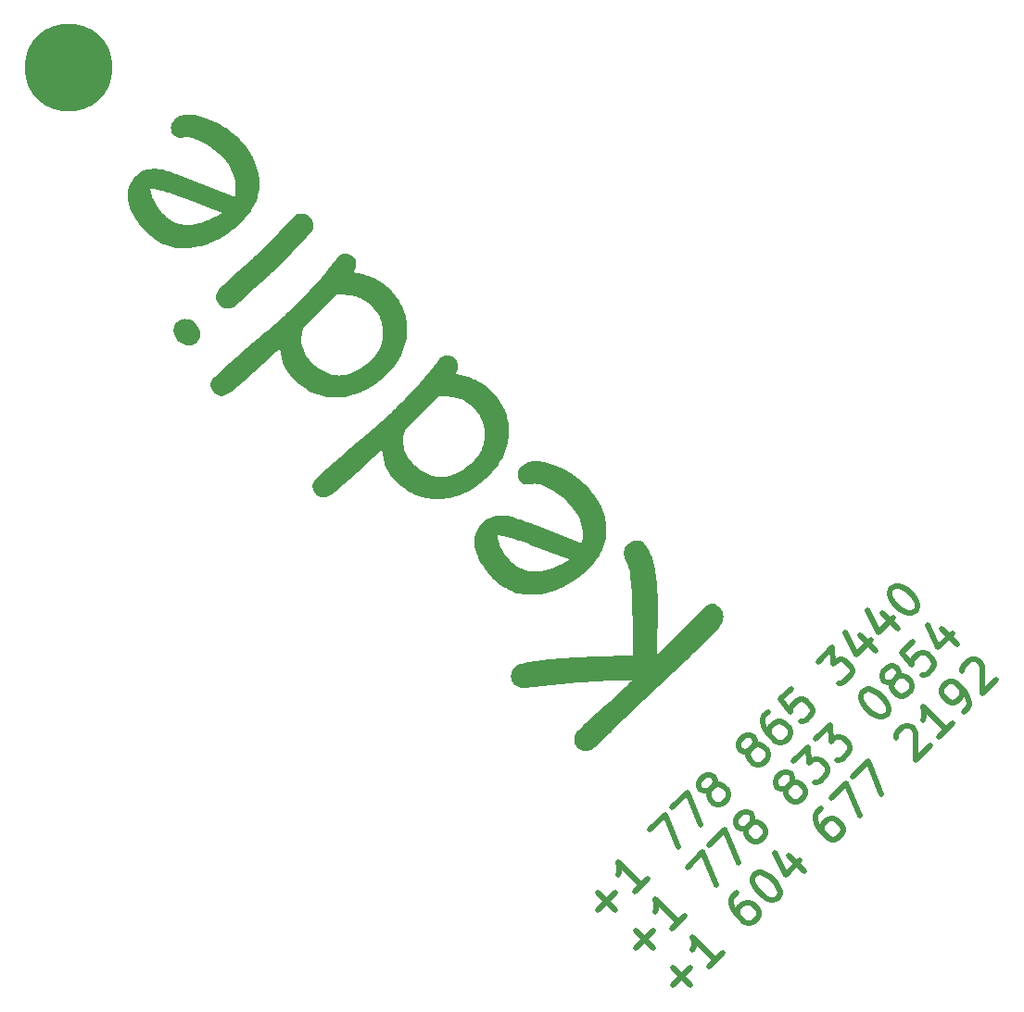
<source format=gtl>
G04 #@! TF.GenerationSoftware,KiCad,Pcbnew,7.0.7*
G04 #@! TF.CreationDate,2023-09-12T20:46:12-07:00*
G04 #@! TF.ProjectId,baggage-label,62616767-6167-4652-9d6c-6162656c2e6b,rev?*
G04 #@! TF.SameCoordinates,Original*
G04 #@! TF.FileFunction,Copper,L1,Top*
G04 #@! TF.FilePolarity,Positive*
%FSLAX46Y46*%
G04 Gerber Fmt 4.6, Leading zero omitted, Abs format (unit mm)*
G04 Created by KiCad (PCBNEW 7.0.7) date 2023-09-12 20:46:12*
%MOMM*%
%LPD*%
G01*
G04 APERTURE LIST*
%ADD10C,0.500000*%
G04 #@! TA.AperFunction,NonConductor*
%ADD11C,0.500000*%
G04 #@! TD*
%ADD12C,0.150000*%
G04 #@! TA.AperFunction,NonConductor*
%ADD13C,0.150000*%
G04 #@! TD*
G04 #@! TA.AperFunction,ViaPad*
%ADD14C,8.010000*%
G04 #@! TD*
G04 APERTURE END LIST*
D10*
D11*
X108395364Y-137083696D02*
X110011608Y-135467452D01*
X110011608Y-137083696D02*
X108395364Y-135467452D01*
X112941050Y-134154253D02*
X111728867Y-135366436D01*
X112334959Y-134760345D02*
X110213639Y-132639025D01*
X110213639Y-132639025D02*
X110314654Y-133144101D01*
X110314654Y-133144101D02*
X110314654Y-133548162D01*
X110314654Y-133548162D02*
X110213639Y-133851208D01*
X113143081Y-129709582D02*
X114557294Y-128295369D01*
X114557294Y-128295369D02*
X115769477Y-131325826D01*
X115163386Y-127689277D02*
X116577600Y-126275064D01*
X116577600Y-126275064D02*
X117789783Y-129305521D01*
X118597905Y-126073033D02*
X118294859Y-126174048D01*
X118294859Y-126174048D02*
X118092828Y-126174048D01*
X118092828Y-126174048D02*
X117789783Y-126073033D01*
X117789783Y-126073033D02*
X117688767Y-125972018D01*
X117688767Y-125972018D02*
X117587752Y-125668972D01*
X117587752Y-125668972D02*
X117587752Y-125466941D01*
X117587752Y-125466941D02*
X117688767Y-125163896D01*
X117688767Y-125163896D02*
X118092828Y-124759835D01*
X118092828Y-124759835D02*
X118395874Y-124658819D01*
X118395874Y-124658819D02*
X118597905Y-124658819D01*
X118597905Y-124658819D02*
X118900951Y-124759835D01*
X118900951Y-124759835D02*
X119001966Y-124860850D01*
X119001966Y-124860850D02*
X119102981Y-125163896D01*
X119102981Y-125163896D02*
X119102981Y-125365926D01*
X119102981Y-125365926D02*
X119001966Y-125668972D01*
X119001966Y-125668972D02*
X118597905Y-126073033D01*
X118597905Y-126073033D02*
X118496890Y-126376079D01*
X118496890Y-126376079D02*
X118496890Y-126578109D01*
X118496890Y-126578109D02*
X118597905Y-126881155D01*
X118597905Y-126881155D02*
X119001966Y-127285216D01*
X119001966Y-127285216D02*
X119305012Y-127386231D01*
X119305012Y-127386231D02*
X119507042Y-127386231D01*
X119507042Y-127386231D02*
X119810088Y-127285216D01*
X119810088Y-127285216D02*
X120214149Y-126881155D01*
X120214149Y-126881155D02*
X120315164Y-126578109D01*
X120315164Y-126578109D02*
X120315164Y-126376079D01*
X120315164Y-126376079D02*
X120214149Y-126073033D01*
X120214149Y-126073033D02*
X119810088Y-125668972D01*
X119810088Y-125668972D02*
X119507042Y-125567957D01*
X119507042Y-125567957D02*
X119305012Y-125567957D01*
X119305012Y-125567957D02*
X119001966Y-125668972D01*
X122234454Y-122436484D02*
X121931408Y-122537499D01*
X121931408Y-122537499D02*
X121729378Y-122537499D01*
X121729378Y-122537499D02*
X121426332Y-122436484D01*
X121426332Y-122436484D02*
X121325317Y-122335469D01*
X121325317Y-122335469D02*
X121224301Y-122032423D01*
X121224301Y-122032423D02*
X121224301Y-121830392D01*
X121224301Y-121830392D02*
X121325317Y-121527347D01*
X121325317Y-121527347D02*
X121729378Y-121123286D01*
X121729378Y-121123286D02*
X122032423Y-121022270D01*
X122032423Y-121022270D02*
X122234454Y-121022270D01*
X122234454Y-121022270D02*
X122537500Y-121123286D01*
X122537500Y-121123286D02*
X122638515Y-121224301D01*
X122638515Y-121224301D02*
X122739530Y-121527347D01*
X122739530Y-121527347D02*
X122739530Y-121729377D01*
X122739530Y-121729377D02*
X122638515Y-122032423D01*
X122638515Y-122032423D02*
X122234454Y-122436484D01*
X122234454Y-122436484D02*
X122133439Y-122739530D01*
X122133439Y-122739530D02*
X122133439Y-122941560D01*
X122133439Y-122941560D02*
X122234454Y-123244606D01*
X122234454Y-123244606D02*
X122638515Y-123648667D01*
X122638515Y-123648667D02*
X122941561Y-123749682D01*
X122941561Y-123749682D02*
X123143591Y-123749682D01*
X123143591Y-123749682D02*
X123446637Y-123648667D01*
X123446637Y-123648667D02*
X123850698Y-123244606D01*
X123850698Y-123244606D02*
X123951713Y-122941560D01*
X123951713Y-122941560D02*
X123951713Y-122739530D01*
X123951713Y-122739530D02*
X123850698Y-122436484D01*
X123850698Y-122436484D02*
X123446637Y-122032423D01*
X123446637Y-122032423D02*
X123143591Y-121931408D01*
X123143591Y-121931408D02*
X122941561Y-121931408D01*
X122941561Y-121931408D02*
X122638515Y-122032423D01*
X123951713Y-118900950D02*
X123547652Y-119305011D01*
X123547652Y-119305011D02*
X123446637Y-119608057D01*
X123446637Y-119608057D02*
X123446637Y-119810087D01*
X123446637Y-119810087D02*
X123547652Y-120315163D01*
X123547652Y-120315163D02*
X123850698Y-120820240D01*
X123850698Y-120820240D02*
X124658820Y-121628362D01*
X124658820Y-121628362D02*
X124961866Y-121729377D01*
X124961866Y-121729377D02*
X125163896Y-121729377D01*
X125163896Y-121729377D02*
X125466942Y-121628362D01*
X125466942Y-121628362D02*
X125871003Y-121224301D01*
X125871003Y-121224301D02*
X125972018Y-120921255D01*
X125972018Y-120921255D02*
X125972018Y-120719224D01*
X125972018Y-120719224D02*
X125871003Y-120416179D01*
X125871003Y-120416179D02*
X125365927Y-119911102D01*
X125365927Y-119911102D02*
X125062881Y-119810087D01*
X125062881Y-119810087D02*
X124860851Y-119810087D01*
X124860851Y-119810087D02*
X124557805Y-119911102D01*
X124557805Y-119911102D02*
X124153744Y-120315163D01*
X124153744Y-120315163D02*
X124052728Y-120618209D01*
X124052728Y-120618209D02*
X124052728Y-120820240D01*
X124052728Y-120820240D02*
X124153744Y-121123286D01*
X126073034Y-116779629D02*
X125062881Y-117789782D01*
X125062881Y-117789782D02*
X125972018Y-118900950D01*
X125972018Y-118900950D02*
X125972018Y-118698919D01*
X125972018Y-118698919D02*
X126073034Y-118395874D01*
X126073034Y-118395874D02*
X126578110Y-117890797D01*
X126578110Y-117890797D02*
X126881156Y-117789782D01*
X126881156Y-117789782D02*
X127083186Y-117789782D01*
X127083186Y-117789782D02*
X127386232Y-117890797D01*
X127386232Y-117890797D02*
X127891308Y-118395874D01*
X127891308Y-118395874D02*
X127992324Y-118698919D01*
X127992324Y-118698919D02*
X127992324Y-118900950D01*
X127992324Y-118900950D02*
X127891308Y-119203996D01*
X127891308Y-119203996D02*
X127386232Y-119709072D01*
X127386232Y-119709072D02*
X127083186Y-119810087D01*
X127083186Y-119810087D02*
X126881156Y-119810087D01*
X128497400Y-114355263D02*
X129810598Y-113042065D01*
X129810598Y-113042065D02*
X129911613Y-114557294D01*
X129911613Y-114557294D02*
X130214659Y-114254248D01*
X130214659Y-114254248D02*
X130517705Y-114153233D01*
X130517705Y-114153233D02*
X130719735Y-114153233D01*
X130719735Y-114153233D02*
X131022781Y-114254248D01*
X131022781Y-114254248D02*
X131527857Y-114759324D01*
X131527857Y-114759324D02*
X131628873Y-115062370D01*
X131628873Y-115062370D02*
X131628873Y-115264401D01*
X131628873Y-115264401D02*
X131527857Y-115567447D01*
X131527857Y-115567447D02*
X130921766Y-116173538D01*
X130921766Y-116173538D02*
X130618720Y-116274553D01*
X130618720Y-116274553D02*
X130416690Y-116274553D01*
X132335979Y-111930897D02*
X133750193Y-113345111D01*
X131022781Y-111627851D02*
X132032934Y-113648157D01*
X132032934Y-113648157D02*
X133346132Y-112334958D01*
X134356285Y-109910592D02*
X135770498Y-111324806D01*
X133043086Y-109607546D02*
X134053239Y-111627851D01*
X134053239Y-111627851D02*
X135366437Y-110314653D01*
X135164407Y-107688256D02*
X135366437Y-107486226D01*
X135366437Y-107486226D02*
X135669483Y-107385211D01*
X135669483Y-107385211D02*
X135871514Y-107385211D01*
X135871514Y-107385211D02*
X136174559Y-107486226D01*
X136174559Y-107486226D02*
X136679636Y-107789272D01*
X136679636Y-107789272D02*
X137184712Y-108294348D01*
X137184712Y-108294348D02*
X137487758Y-108799424D01*
X137487758Y-108799424D02*
X137588773Y-109102470D01*
X137588773Y-109102470D02*
X137588773Y-109304500D01*
X137588773Y-109304500D02*
X137487758Y-109607546D01*
X137487758Y-109607546D02*
X137285727Y-109809577D01*
X137285727Y-109809577D02*
X136982681Y-109910592D01*
X136982681Y-109910592D02*
X136780651Y-109910592D01*
X136780651Y-109910592D02*
X136477605Y-109809577D01*
X136477605Y-109809577D02*
X135972529Y-109506531D01*
X135972529Y-109506531D02*
X135467453Y-109001455D01*
X135467453Y-109001455D02*
X135164407Y-108496378D01*
X135164407Y-108496378D02*
X135063392Y-108193333D01*
X135063392Y-108193333D02*
X135063392Y-107991302D01*
X135063392Y-107991302D02*
X135164407Y-107688256D01*
X111810690Y-140499022D02*
X113426934Y-138882778D01*
X113426934Y-140499022D02*
X111810690Y-138882778D01*
X116356376Y-137569579D02*
X115144193Y-138781762D01*
X115750285Y-138175671D02*
X113628965Y-136054351D01*
X113628965Y-136054351D02*
X113729980Y-136559427D01*
X113729980Y-136559427D02*
X113729980Y-136963488D01*
X113729980Y-136963488D02*
X113628965Y-137266534D01*
X116558407Y-133124908D02*
X117972620Y-131710695D01*
X117972620Y-131710695D02*
X119184803Y-134741152D01*
X118578712Y-131104603D02*
X119992926Y-129690390D01*
X119992926Y-129690390D02*
X121205109Y-132720847D01*
X122013231Y-129488359D02*
X121710185Y-129589374D01*
X121710185Y-129589374D02*
X121508154Y-129589374D01*
X121508154Y-129589374D02*
X121205109Y-129488359D01*
X121205109Y-129488359D02*
X121104093Y-129387344D01*
X121104093Y-129387344D02*
X121003078Y-129084298D01*
X121003078Y-129084298D02*
X121003078Y-128882267D01*
X121003078Y-128882267D02*
X121104093Y-128579222D01*
X121104093Y-128579222D02*
X121508154Y-128175161D01*
X121508154Y-128175161D02*
X121811200Y-128074145D01*
X121811200Y-128074145D02*
X122013231Y-128074145D01*
X122013231Y-128074145D02*
X122316277Y-128175161D01*
X122316277Y-128175161D02*
X122417292Y-128276176D01*
X122417292Y-128276176D02*
X122518307Y-128579222D01*
X122518307Y-128579222D02*
X122518307Y-128781252D01*
X122518307Y-128781252D02*
X122417292Y-129084298D01*
X122417292Y-129084298D02*
X122013231Y-129488359D01*
X122013231Y-129488359D02*
X121912216Y-129791405D01*
X121912216Y-129791405D02*
X121912216Y-129993435D01*
X121912216Y-129993435D02*
X122013231Y-130296481D01*
X122013231Y-130296481D02*
X122417292Y-130700542D01*
X122417292Y-130700542D02*
X122720338Y-130801557D01*
X122720338Y-130801557D02*
X122922368Y-130801557D01*
X122922368Y-130801557D02*
X123225414Y-130700542D01*
X123225414Y-130700542D02*
X123629475Y-130296481D01*
X123629475Y-130296481D02*
X123730490Y-129993435D01*
X123730490Y-129993435D02*
X123730490Y-129791405D01*
X123730490Y-129791405D02*
X123629475Y-129488359D01*
X123629475Y-129488359D02*
X123225414Y-129084298D01*
X123225414Y-129084298D02*
X122922368Y-128983283D01*
X122922368Y-128983283D02*
X122720338Y-128983283D01*
X122720338Y-128983283D02*
X122417292Y-129084298D01*
X125649780Y-125851810D02*
X125346734Y-125952825D01*
X125346734Y-125952825D02*
X125144704Y-125952825D01*
X125144704Y-125952825D02*
X124841658Y-125851810D01*
X124841658Y-125851810D02*
X124740643Y-125750795D01*
X124740643Y-125750795D02*
X124639627Y-125447749D01*
X124639627Y-125447749D02*
X124639627Y-125245718D01*
X124639627Y-125245718D02*
X124740643Y-124942673D01*
X124740643Y-124942673D02*
X125144704Y-124538612D01*
X125144704Y-124538612D02*
X125447749Y-124437596D01*
X125447749Y-124437596D02*
X125649780Y-124437596D01*
X125649780Y-124437596D02*
X125952826Y-124538612D01*
X125952826Y-124538612D02*
X126053841Y-124639627D01*
X126053841Y-124639627D02*
X126154856Y-124942673D01*
X126154856Y-124942673D02*
X126154856Y-125144703D01*
X126154856Y-125144703D02*
X126053841Y-125447749D01*
X126053841Y-125447749D02*
X125649780Y-125851810D01*
X125649780Y-125851810D02*
X125548765Y-126154856D01*
X125548765Y-126154856D02*
X125548765Y-126356886D01*
X125548765Y-126356886D02*
X125649780Y-126659932D01*
X125649780Y-126659932D02*
X126053841Y-127063993D01*
X126053841Y-127063993D02*
X126356887Y-127165008D01*
X126356887Y-127165008D02*
X126558917Y-127165008D01*
X126558917Y-127165008D02*
X126861963Y-127063993D01*
X126861963Y-127063993D02*
X127266024Y-126659932D01*
X127266024Y-126659932D02*
X127367039Y-126356886D01*
X127367039Y-126356886D02*
X127367039Y-126154856D01*
X127367039Y-126154856D02*
X127266024Y-125851810D01*
X127266024Y-125851810D02*
X126861963Y-125447749D01*
X126861963Y-125447749D02*
X126558917Y-125346734D01*
X126558917Y-125346734D02*
X126356887Y-125346734D01*
X126356887Y-125346734D02*
X126053841Y-125447749D01*
X126255871Y-123427444D02*
X127569070Y-122114245D01*
X127569070Y-122114245D02*
X127670085Y-123629474D01*
X127670085Y-123629474D02*
X127973131Y-123326428D01*
X127973131Y-123326428D02*
X128276177Y-123225413D01*
X128276177Y-123225413D02*
X128478207Y-123225413D01*
X128478207Y-123225413D02*
X128781253Y-123326428D01*
X128781253Y-123326428D02*
X129286329Y-123831505D01*
X129286329Y-123831505D02*
X129387344Y-124134550D01*
X129387344Y-124134550D02*
X129387344Y-124336581D01*
X129387344Y-124336581D02*
X129286329Y-124639627D01*
X129286329Y-124639627D02*
X128680238Y-125245718D01*
X128680238Y-125245718D02*
X128377192Y-125346734D01*
X128377192Y-125346734D02*
X128175161Y-125346734D01*
X128276177Y-121407139D02*
X129589375Y-120093940D01*
X129589375Y-120093940D02*
X129690390Y-121609169D01*
X129690390Y-121609169D02*
X129993436Y-121306123D01*
X129993436Y-121306123D02*
X130296482Y-121205108D01*
X130296482Y-121205108D02*
X130498512Y-121205108D01*
X130498512Y-121205108D02*
X130801558Y-121306123D01*
X130801558Y-121306123D02*
X131306634Y-121811200D01*
X131306634Y-121811200D02*
X131407650Y-122114245D01*
X131407650Y-122114245D02*
X131407650Y-122316276D01*
X131407650Y-122316276D02*
X131306634Y-122619322D01*
X131306634Y-122619322D02*
X130700543Y-123225413D01*
X130700543Y-123225413D02*
X130397497Y-123326428D01*
X130397497Y-123326428D02*
X130195466Y-123326428D01*
X132518817Y-117164498D02*
X132720848Y-116962467D01*
X132720848Y-116962467D02*
X133023893Y-116861452D01*
X133023893Y-116861452D02*
X133225924Y-116861452D01*
X133225924Y-116861452D02*
X133528970Y-116962467D01*
X133528970Y-116962467D02*
X134034046Y-117265513D01*
X134034046Y-117265513D02*
X134539122Y-117770589D01*
X134539122Y-117770589D02*
X134842168Y-118275666D01*
X134842168Y-118275666D02*
X134943183Y-118578711D01*
X134943183Y-118578711D02*
X134943183Y-118780742D01*
X134943183Y-118780742D02*
X134842168Y-119083788D01*
X134842168Y-119083788D02*
X134640138Y-119285818D01*
X134640138Y-119285818D02*
X134337092Y-119386834D01*
X134337092Y-119386834D02*
X134135061Y-119386834D01*
X134135061Y-119386834D02*
X133832016Y-119285818D01*
X133832016Y-119285818D02*
X133326939Y-118982773D01*
X133326939Y-118982773D02*
X132821863Y-118477696D01*
X132821863Y-118477696D02*
X132518817Y-117972620D01*
X132518817Y-117972620D02*
X132417802Y-117669574D01*
X132417802Y-117669574D02*
X132417802Y-117467544D01*
X132417802Y-117467544D02*
X132518817Y-117164498D01*
X135347244Y-116154345D02*
X135044199Y-116255361D01*
X135044199Y-116255361D02*
X134842168Y-116255361D01*
X134842168Y-116255361D02*
X134539122Y-116154345D01*
X134539122Y-116154345D02*
X134438107Y-116053330D01*
X134438107Y-116053330D02*
X134337092Y-115750284D01*
X134337092Y-115750284D02*
X134337092Y-115548254D01*
X134337092Y-115548254D02*
X134438107Y-115245208D01*
X134438107Y-115245208D02*
X134842168Y-114841147D01*
X134842168Y-114841147D02*
X135145214Y-114740132D01*
X135145214Y-114740132D02*
X135347244Y-114740132D01*
X135347244Y-114740132D02*
X135650290Y-114841147D01*
X135650290Y-114841147D02*
X135751305Y-114942162D01*
X135751305Y-114942162D02*
X135852321Y-115245208D01*
X135852321Y-115245208D02*
X135852321Y-115447239D01*
X135852321Y-115447239D02*
X135751305Y-115750284D01*
X135751305Y-115750284D02*
X135347244Y-116154345D01*
X135347244Y-116154345D02*
X135246229Y-116457391D01*
X135246229Y-116457391D02*
X135246229Y-116659422D01*
X135246229Y-116659422D02*
X135347244Y-116962467D01*
X135347244Y-116962467D02*
X135751305Y-117366528D01*
X135751305Y-117366528D02*
X136054351Y-117467544D01*
X136054351Y-117467544D02*
X136256382Y-117467544D01*
X136256382Y-117467544D02*
X136559427Y-117366528D01*
X136559427Y-117366528D02*
X136963489Y-116962467D01*
X136963489Y-116962467D02*
X137064504Y-116659422D01*
X137064504Y-116659422D02*
X137064504Y-116457391D01*
X137064504Y-116457391D02*
X136963489Y-116154345D01*
X136963489Y-116154345D02*
X136559427Y-115750284D01*
X136559427Y-115750284D02*
X136256382Y-115649269D01*
X136256382Y-115649269D02*
X136054351Y-115649269D01*
X136054351Y-115649269D02*
X135751305Y-115750284D01*
X137165519Y-112517796D02*
X136155367Y-113527949D01*
X136155367Y-113527949D02*
X137064504Y-114639116D01*
X137064504Y-114639116D02*
X137064504Y-114437086D01*
X137064504Y-114437086D02*
X137165519Y-114134040D01*
X137165519Y-114134040D02*
X137670595Y-113628964D01*
X137670595Y-113628964D02*
X137973641Y-113527949D01*
X137973641Y-113527949D02*
X138175672Y-113527949D01*
X138175672Y-113527949D02*
X138478717Y-113628964D01*
X138478717Y-113628964D02*
X138983794Y-114134040D01*
X138983794Y-114134040D02*
X139084809Y-114437086D01*
X139084809Y-114437086D02*
X139084809Y-114639116D01*
X139084809Y-114639116D02*
X138983794Y-114942162D01*
X138983794Y-114942162D02*
X138478717Y-115447238D01*
X138478717Y-115447238D02*
X138175672Y-115548254D01*
X138175672Y-115548254D02*
X137973641Y-115548254D01*
X139791916Y-111305613D02*
X141206129Y-112719826D01*
X138478718Y-111002567D02*
X139488870Y-113022872D01*
X139488870Y-113022872D02*
X140802068Y-111709674D01*
X115226016Y-143914348D02*
X116842260Y-142298104D01*
X116842260Y-143914348D02*
X115226016Y-142298104D01*
X119771702Y-140984905D02*
X118559519Y-142197088D01*
X119165611Y-141590997D02*
X117044291Y-139469677D01*
X117044291Y-139469677D02*
X117145306Y-139974753D01*
X117145306Y-139974753D02*
X117145306Y-140378814D01*
X117145306Y-140378814D02*
X117044291Y-140681860D01*
X121084901Y-135429067D02*
X120680840Y-135833128D01*
X120680840Y-135833128D02*
X120579824Y-136136173D01*
X120579824Y-136136173D02*
X120579824Y-136338204D01*
X120579824Y-136338204D02*
X120680840Y-136843280D01*
X120680840Y-136843280D02*
X120983885Y-137348356D01*
X120983885Y-137348356D02*
X121792007Y-138156478D01*
X121792007Y-138156478D02*
X122095053Y-138257494D01*
X122095053Y-138257494D02*
X122297084Y-138257494D01*
X122297084Y-138257494D02*
X122600129Y-138156478D01*
X122600129Y-138156478D02*
X123004190Y-137752417D01*
X123004190Y-137752417D02*
X123105206Y-137449372D01*
X123105206Y-137449372D02*
X123105206Y-137247341D01*
X123105206Y-137247341D02*
X123004190Y-136944295D01*
X123004190Y-136944295D02*
X122499114Y-136439219D01*
X122499114Y-136439219D02*
X122196068Y-136338204D01*
X122196068Y-136338204D02*
X121994038Y-136338204D01*
X121994038Y-136338204D02*
X121690992Y-136439219D01*
X121690992Y-136439219D02*
X121286931Y-136843280D01*
X121286931Y-136843280D02*
X121185916Y-137146326D01*
X121185916Y-137146326D02*
X121185916Y-137348356D01*
X121185916Y-137348356D02*
X121286931Y-137651402D01*
X122600130Y-133913838D02*
X122802160Y-133711807D01*
X122802160Y-133711807D02*
X123105206Y-133610792D01*
X123105206Y-133610792D02*
X123307236Y-133610792D01*
X123307236Y-133610792D02*
X123610282Y-133711807D01*
X123610282Y-133711807D02*
X124115358Y-134014853D01*
X124115358Y-134014853D02*
X124620435Y-134519929D01*
X124620435Y-134519929D02*
X124923480Y-135025005D01*
X124923480Y-135025005D02*
X125024496Y-135328051D01*
X125024496Y-135328051D02*
X125024496Y-135530082D01*
X125024496Y-135530082D02*
X124923480Y-135833127D01*
X124923480Y-135833127D02*
X124721450Y-136035158D01*
X124721450Y-136035158D02*
X124418404Y-136136173D01*
X124418404Y-136136173D02*
X124216374Y-136136173D01*
X124216374Y-136136173D02*
X123913328Y-136035158D01*
X123913328Y-136035158D02*
X123408252Y-135732112D01*
X123408252Y-135732112D02*
X122903175Y-135227036D01*
X122903175Y-135227036D02*
X122600130Y-134721960D01*
X122600130Y-134721960D02*
X122499114Y-134418914D01*
X122499114Y-134418914D02*
X122499114Y-134216883D01*
X122499114Y-134216883D02*
X122600130Y-133913838D01*
X125832618Y-132095563D02*
X127246831Y-133509777D01*
X124519419Y-131792517D02*
X125529572Y-133812822D01*
X125529572Y-133812822D02*
X126842770Y-132499624D01*
X128762060Y-127751907D02*
X128357999Y-128155968D01*
X128357999Y-128155968D02*
X128256984Y-128459014D01*
X128256984Y-128459014D02*
X128256984Y-128661044D01*
X128256984Y-128661044D02*
X128357999Y-129166121D01*
X128357999Y-129166121D02*
X128661045Y-129671197D01*
X128661045Y-129671197D02*
X129469167Y-130479319D01*
X129469167Y-130479319D02*
X129772213Y-130580334D01*
X129772213Y-130580334D02*
X129974243Y-130580334D01*
X129974243Y-130580334D02*
X130277289Y-130479319D01*
X130277289Y-130479319D02*
X130681350Y-130075258D01*
X130681350Y-130075258D02*
X130782365Y-129772212D01*
X130782365Y-129772212D02*
X130782365Y-129570182D01*
X130782365Y-129570182D02*
X130681350Y-129267136D01*
X130681350Y-129267136D02*
X130176274Y-128762060D01*
X130176274Y-128762060D02*
X129873228Y-128661044D01*
X129873228Y-128661044D02*
X129671197Y-128661044D01*
X129671197Y-128661044D02*
X129368152Y-128762060D01*
X129368152Y-128762060D02*
X128964091Y-129166121D01*
X128964091Y-129166121D02*
X128863075Y-129469166D01*
X128863075Y-129469166D02*
X128863075Y-129671197D01*
X128863075Y-129671197D02*
X128964091Y-129974243D01*
X129671197Y-126842770D02*
X131085411Y-125428556D01*
X131085411Y-125428556D02*
X132297594Y-128459014D01*
X131691503Y-124822465D02*
X133105716Y-123408251D01*
X133105716Y-123408251D02*
X134317899Y-126438709D01*
X135631097Y-121286931D02*
X135631097Y-121084900D01*
X135631097Y-121084900D02*
X135732113Y-120781854D01*
X135732113Y-120781854D02*
X136237189Y-120276778D01*
X136237189Y-120276778D02*
X136540235Y-120175763D01*
X136540235Y-120175763D02*
X136742265Y-120175763D01*
X136742265Y-120175763D02*
X137045311Y-120276778D01*
X137045311Y-120276778D02*
X137247342Y-120478809D01*
X137247342Y-120478809D02*
X137449372Y-120882870D01*
X137449372Y-120882870D02*
X137449372Y-123307236D01*
X137449372Y-123307236D02*
X138762570Y-121994037D01*
X140782876Y-119973732D02*
X139570692Y-121185915D01*
X140176784Y-120579824D02*
X138055464Y-118458503D01*
X138055464Y-118458503D02*
X138156479Y-118963580D01*
X138156479Y-118963580D02*
X138156479Y-119367641D01*
X138156479Y-119367641D02*
X138055464Y-119670687D01*
X141793028Y-118963580D02*
X142197089Y-118559519D01*
X142197089Y-118559519D02*
X142298104Y-118256473D01*
X142298104Y-118256473D02*
X142298104Y-118054442D01*
X142298104Y-118054442D02*
X142197089Y-117549366D01*
X142197089Y-117549366D02*
X141894043Y-117044290D01*
X141894043Y-117044290D02*
X141085921Y-116236168D01*
X141085921Y-116236168D02*
X140782876Y-116135153D01*
X140782876Y-116135153D02*
X140580845Y-116135153D01*
X140580845Y-116135153D02*
X140277799Y-116236168D01*
X140277799Y-116236168D02*
X139873738Y-116640229D01*
X139873738Y-116640229D02*
X139772723Y-116943275D01*
X139772723Y-116943275D02*
X139772723Y-117145305D01*
X139772723Y-117145305D02*
X139873738Y-117448351D01*
X139873738Y-117448351D02*
X140378815Y-117953427D01*
X140378815Y-117953427D02*
X140681860Y-118054442D01*
X140681860Y-118054442D02*
X140883891Y-118054442D01*
X140883891Y-118054442D02*
X141186937Y-117953427D01*
X141186937Y-117953427D02*
X141590998Y-117549366D01*
X141590998Y-117549366D02*
X141692013Y-117246320D01*
X141692013Y-117246320D02*
X141692013Y-117044290D01*
X141692013Y-117044290D02*
X141590998Y-116741244D01*
X141692013Y-115226015D02*
X141692013Y-115023985D01*
X141692013Y-115023985D02*
X141793028Y-114720939D01*
X141793028Y-114720939D02*
X142298105Y-114215863D01*
X142298105Y-114215863D02*
X142601150Y-114114847D01*
X142601150Y-114114847D02*
X142803181Y-114114847D01*
X142803181Y-114114847D02*
X143106227Y-114215863D01*
X143106227Y-114215863D02*
X143308257Y-114417893D01*
X143308257Y-114417893D02*
X143510288Y-114821954D01*
X143510288Y-114821954D02*
X143510288Y-117246320D01*
X143510288Y-117246320D02*
X144823486Y-115933122D01*
D12*
D13*
G36*
X112611908Y-103514127D02*
G01*
X112755427Y-103674096D01*
X112890310Y-103858330D01*
X113016558Y-104066829D01*
X113134170Y-104299593D01*
X113243148Y-104556622D01*
X113343490Y-104837917D01*
X113390423Y-104987664D01*
X113435197Y-105143477D01*
X113477812Y-105305356D01*
X113518268Y-105473302D01*
X113556566Y-105647313D01*
X113592704Y-105827392D01*
X113626684Y-106013536D01*
X113658505Y-106205747D01*
X113688167Y-106404024D01*
X113715671Y-106608367D01*
X113741015Y-106818777D01*
X113764201Y-107035253D01*
X113785228Y-107257795D01*
X113804096Y-107486403D01*
X113820805Y-107721078D01*
X113835356Y-107961819D01*
X113847747Y-108208626D01*
X113857980Y-108461500D01*
X113866054Y-108720440D01*
X113871969Y-108985446D01*
X113819467Y-113685806D01*
X113929999Y-113575275D01*
X118061121Y-109460732D01*
X118206331Y-109327422D01*
X118349744Y-109219711D01*
X118491360Y-109137597D01*
X118677386Y-109067932D01*
X118860217Y-109043775D01*
X119039852Y-109065126D01*
X119216293Y-109131984D01*
X119389538Y-109244351D01*
X119517376Y-109358491D01*
X119641576Y-109501850D01*
X119737845Y-109655598D01*
X119806186Y-109819736D01*
X119846596Y-109994264D01*
X119859077Y-110179180D01*
X119843628Y-110374486D01*
X119829628Y-110455518D01*
X119790135Y-110620789D01*
X119737284Y-110778100D01*
X119671076Y-110927450D01*
X119591510Y-111068839D01*
X119498586Y-111202268D01*
X119392304Y-111327736D01*
X119346052Y-111375694D01*
X119229143Y-111492392D01*
X119108462Y-111612441D01*
X118984009Y-111735842D01*
X118855783Y-111862595D01*
X118723785Y-111992699D01*
X118588014Y-112126155D01*
X118448470Y-112262962D01*
X118305154Y-112403121D01*
X118158065Y-112546631D01*
X118007204Y-112693493D01*
X117852570Y-112843707D01*
X117694164Y-112997272D01*
X117531985Y-113154188D01*
X117366034Y-113314457D01*
X117196310Y-113478076D01*
X117022814Y-113645048D01*
X116845545Y-113815371D01*
X116664503Y-113989045D01*
X116479689Y-114166072D01*
X116291102Y-114346449D01*
X116098743Y-114530178D01*
X115902612Y-114717259D01*
X115702707Y-114907692D01*
X115499031Y-115101476D01*
X115291581Y-115298611D01*
X115080359Y-115499098D01*
X114865365Y-115702937D01*
X114646598Y-115910127D01*
X114424059Y-116120669D01*
X114197747Y-116334563D01*
X113967662Y-116551807D01*
X113733805Y-116772404D01*
X113499613Y-116992995D01*
X113269215Y-117210224D01*
X113042612Y-117424090D01*
X112819803Y-117634594D01*
X112600787Y-117841736D01*
X112385566Y-118045515D01*
X112174139Y-118245932D01*
X111966507Y-118442987D01*
X111762668Y-118636679D01*
X111562623Y-118827009D01*
X111366373Y-119013977D01*
X111173917Y-119197582D01*
X110985255Y-119377824D01*
X110800386Y-119554705D01*
X110619313Y-119728223D01*
X110442033Y-119898379D01*
X110268547Y-120065172D01*
X110098856Y-120228603D01*
X109932958Y-120388671D01*
X109770855Y-120545378D01*
X109612546Y-120698721D01*
X109458031Y-120848703D01*
X109307310Y-120995322D01*
X109160383Y-121138579D01*
X109017251Y-121278473D01*
X108877912Y-121415005D01*
X108742368Y-121548175D01*
X108610618Y-121677982D01*
X108482661Y-121804427D01*
X108358500Y-121927509D01*
X108238132Y-122047230D01*
X108121558Y-122163587D01*
X107990960Y-122278642D01*
X107852007Y-122370964D01*
X107704700Y-122440554D01*
X107549038Y-122487411D01*
X107385022Y-122511536D01*
X107328493Y-122514526D01*
X107161141Y-122508697D01*
X107003115Y-122478775D01*
X106854416Y-122424762D01*
X106715042Y-122346656D01*
X106584995Y-122244457D01*
X106543718Y-122205037D01*
X106430671Y-122075281D01*
X106342300Y-121936782D01*
X106278604Y-121789539D01*
X106239583Y-121633553D01*
X106225238Y-121468825D01*
X106225939Y-121411972D01*
X106242487Y-121245171D01*
X106281767Y-121086724D01*
X106343779Y-120936632D01*
X106428523Y-120794894D01*
X106536000Y-120661511D01*
X106576878Y-120618907D01*
X106728160Y-120469228D01*
X106896005Y-120306191D01*
X107017105Y-120190079D01*
X107145565Y-120068030D01*
X107281388Y-119940044D01*
X107424571Y-119806121D01*
X107575117Y-119666262D01*
X107733024Y-119520466D01*
X107898293Y-119368733D01*
X108070923Y-119211064D01*
X108250915Y-119047457D01*
X108438268Y-118877914D01*
X108632983Y-118702434D01*
X108835060Y-118521018D01*
X109044498Y-118333664D01*
X109247794Y-118153057D01*
X109444571Y-117977372D01*
X109634828Y-117806609D01*
X109818565Y-117640769D01*
X109995783Y-117479850D01*
X110166481Y-117323854D01*
X110330659Y-117172779D01*
X110488318Y-117026627D01*
X110639457Y-116885397D01*
X110784077Y-116749089D01*
X110922176Y-116617703D01*
X111053757Y-116491239D01*
X111178817Y-116369697D01*
X111297358Y-116253078D01*
X111409379Y-116141380D01*
X111514881Y-116034605D01*
X111253415Y-116033515D01*
X110985754Y-116034389D01*
X110711896Y-116037228D01*
X110431843Y-116042031D01*
X110145594Y-116048799D01*
X109853149Y-116057532D01*
X109554509Y-116068229D01*
X109249672Y-116080890D01*
X108938640Y-116095516D01*
X108780800Y-116103566D01*
X108621412Y-116112107D01*
X108460474Y-116121139D01*
X108297988Y-116130662D01*
X108133952Y-116140676D01*
X107968368Y-116151181D01*
X107801235Y-116162178D01*
X107632552Y-116173666D01*
X107462321Y-116185644D01*
X107290541Y-116198114D01*
X107117212Y-116211075D01*
X106942334Y-116224527D01*
X106765907Y-116238471D01*
X106587931Y-116252905D01*
X101674797Y-116706085D01*
X101499662Y-116712454D01*
X101336941Y-116700472D01*
X101158061Y-116661872D01*
X100997056Y-116596849D01*
X100853926Y-116505401D01*
X100768437Y-116429756D01*
X100663259Y-116307674D01*
X100579842Y-116173547D01*
X100518186Y-116027373D01*
X100478291Y-115869153D01*
X100460157Y-115698887D01*
X100458948Y-115639454D01*
X100470153Y-115462970D01*
X100505838Y-115296201D01*
X100566004Y-115139147D01*
X100650652Y-114991808D01*
X100759780Y-114854183D01*
X100801597Y-114810466D01*
X100934226Y-114713101D01*
X101133159Y-114619961D01*
X101302616Y-114560216D01*
X101501541Y-114502349D01*
X101729933Y-114446360D01*
X101987794Y-114392249D01*
X102275122Y-114340016D01*
X102429837Y-114314604D01*
X102591919Y-114289661D01*
X102761367Y-114265188D01*
X102938183Y-114241185D01*
X103122365Y-114217651D01*
X103313915Y-114194587D01*
X103512832Y-114171992D01*
X103719115Y-114149867D01*
X103932766Y-114128211D01*
X104153783Y-114107025D01*
X104382168Y-114086308D01*
X104617919Y-114066061D01*
X104861038Y-114046284D01*
X105111523Y-114026976D01*
X105369375Y-114008137D01*
X105634595Y-113989769D01*
X105818899Y-113978694D01*
X106003257Y-113967921D01*
X106187669Y-113957451D01*
X106372135Y-113947283D01*
X106556655Y-113937417D01*
X106741229Y-113927854D01*
X106925857Y-113918592D01*
X107110538Y-113909633D01*
X107295274Y-113900976D01*
X107480064Y-113892622D01*
X107664908Y-113884569D01*
X107849805Y-113876819D01*
X108034757Y-113869371D01*
X108219763Y-113862225D01*
X108404822Y-113855382D01*
X108589936Y-113848841D01*
X108775104Y-113842602D01*
X108960325Y-113836665D01*
X109145601Y-113831030D01*
X109330930Y-113825698D01*
X109516314Y-113820668D01*
X109701751Y-113815940D01*
X109887242Y-113811515D01*
X110072788Y-113807391D01*
X110258387Y-113803570D01*
X110444040Y-113800051D01*
X110629748Y-113796835D01*
X110815509Y-113793920D01*
X111001324Y-113791308D01*
X111187193Y-113788998D01*
X111373117Y-113786990D01*
X111559094Y-113785285D01*
X111565948Y-113536686D01*
X111571313Y-113273083D01*
X111575188Y-112994476D01*
X111577573Y-112700865D01*
X111578469Y-112392251D01*
X111578359Y-112232317D01*
X111577875Y-112068633D01*
X111577020Y-111901197D01*
X111575792Y-111730011D01*
X111574192Y-111555073D01*
X111572219Y-111376385D01*
X111569874Y-111193945D01*
X111567157Y-111007755D01*
X111564067Y-110817814D01*
X111560605Y-110624122D01*
X111556770Y-110426678D01*
X111552563Y-110225484D01*
X111547984Y-110020539D01*
X111543032Y-109811843D01*
X111537708Y-109599396D01*
X111532011Y-109383198D01*
X111525942Y-109163249D01*
X111519501Y-108939550D01*
X111512687Y-108712099D01*
X111505501Y-108480897D01*
X111497942Y-108245944D01*
X111490011Y-108007241D01*
X111368427Y-106498483D01*
X111341096Y-106302505D01*
X111306080Y-106109722D01*
X111263378Y-105920135D01*
X111212991Y-105733742D01*
X111154919Y-105550544D01*
X111089161Y-105370542D01*
X111015718Y-105193734D01*
X110934590Y-105020122D01*
X110866554Y-104868896D01*
X110802740Y-104673911D01*
X110769666Y-104486525D01*
X110767335Y-104306739D01*
X110795745Y-104134551D01*
X110854897Y-103969963D01*
X110944790Y-103812973D01*
X111065425Y-103663582D01*
X111100387Y-103627422D01*
X111224398Y-103519014D01*
X111361896Y-103428325D01*
X111512881Y-103355354D01*
X111677354Y-103300102D01*
X111777394Y-103276484D01*
X111959123Y-103255371D01*
X112129195Y-103264567D01*
X112287610Y-103304074D01*
X112434367Y-103373890D01*
X112569466Y-103474016D01*
X112611908Y-103514127D01*
G37*
G36*
X102947811Y-96009802D02*
G01*
X103154151Y-96031498D01*
X103369386Y-96066018D01*
X103593515Y-96113361D01*
X103826538Y-96173527D01*
X104068456Y-96246517D01*
X104319268Y-96332330D01*
X104535139Y-96413686D01*
X104746153Y-96498862D01*
X104952310Y-96587859D01*
X105153609Y-96680678D01*
X105350051Y-96777318D01*
X105541636Y-96877778D01*
X105728363Y-96982060D01*
X105910233Y-97090163D01*
X106087246Y-97202087D01*
X106259401Y-97317833D01*
X106426699Y-97437399D01*
X106589140Y-97560786D01*
X106746723Y-97687995D01*
X106899449Y-97819025D01*
X107047317Y-97953876D01*
X107190328Y-98092548D01*
X107403966Y-98313050D01*
X107605513Y-98535192D01*
X107794971Y-98758976D01*
X107972340Y-98984400D01*
X108137620Y-99211465D01*
X108290810Y-99440171D01*
X108431910Y-99670517D01*
X108560921Y-99902504D01*
X108677843Y-100136132D01*
X108782676Y-100371400D01*
X108875419Y-100608309D01*
X108956072Y-100846859D01*
X109024636Y-101087050D01*
X109081111Y-101328881D01*
X109125497Y-101572353D01*
X109157793Y-101817466D01*
X109177049Y-102085980D01*
X109180935Y-102351299D01*
X109169450Y-102613423D01*
X109142595Y-102872353D01*
X109100368Y-103128087D01*
X109042771Y-103380626D01*
X108969802Y-103629970D01*
X108881463Y-103876119D01*
X108777754Y-104119072D01*
X108658673Y-104358831D01*
X108524222Y-104595395D01*
X108374399Y-104828764D01*
X108209206Y-105058937D01*
X108028642Y-105285916D01*
X107832708Y-105509699D01*
X107621402Y-105730288D01*
X107494666Y-105855113D01*
X107367298Y-105976750D01*
X107239299Y-106095196D01*
X107110668Y-106210453D01*
X106981406Y-106322520D01*
X106851512Y-106431398D01*
X106720987Y-106537085D01*
X106589831Y-106639584D01*
X106458043Y-106738892D01*
X106325623Y-106835011D01*
X106192572Y-106927940D01*
X106058890Y-107017680D01*
X105924576Y-107104230D01*
X105789631Y-107187590D01*
X105654054Y-107267760D01*
X105517846Y-107344741D01*
X105243535Y-107489134D01*
X104966698Y-107620768D01*
X104687336Y-107739644D01*
X104405448Y-107845761D01*
X104121034Y-107939119D01*
X103834094Y-108019719D01*
X103544628Y-108087560D01*
X103252637Y-108142642D01*
X103093472Y-108167425D01*
X102935830Y-108187891D01*
X102779709Y-108204039D01*
X102472034Y-108223382D01*
X102170446Y-108225454D01*
X101874947Y-108210256D01*
X101585535Y-108177788D01*
X101302211Y-108128048D01*
X101024975Y-108061038D01*
X100753827Y-107976758D01*
X100488767Y-107875207D01*
X100229795Y-107756385D01*
X99976910Y-107620293D01*
X99730114Y-107466931D01*
X99489405Y-107296297D01*
X99254784Y-107108393D01*
X99026251Y-106903219D01*
X98914268Y-106794155D01*
X98756533Y-106632988D01*
X98605945Y-106472102D01*
X98462502Y-106311497D01*
X98326205Y-106151172D01*
X98197053Y-105991127D01*
X98075047Y-105831364D01*
X97960187Y-105671881D01*
X97852473Y-105512678D01*
X97751904Y-105353757D01*
X97658481Y-105195116D01*
X97572204Y-105036755D01*
X97493072Y-104878676D01*
X97421086Y-104720876D01*
X97356246Y-104563358D01*
X97298551Y-104406120D01*
X97248003Y-104249163D01*
X97196849Y-104057384D01*
X97158066Y-103868908D01*
X97131653Y-103683735D01*
X97117610Y-103501865D01*
X97115937Y-103323298D01*
X97126634Y-103148034D01*
X97149701Y-102976073D01*
X97185138Y-102807415D01*
X97201316Y-102751459D01*
X99209940Y-102751459D01*
X99225689Y-102907077D01*
X99250137Y-103062372D01*
X99283286Y-103217343D01*
X99325135Y-103371990D01*
X99375684Y-103526314D01*
X99434933Y-103680313D01*
X99502881Y-103833989D01*
X99579530Y-103987341D01*
X99664879Y-104140369D01*
X99758929Y-104293073D01*
X99861678Y-104445454D01*
X99973127Y-104597511D01*
X100093276Y-104749243D01*
X100222125Y-104900652D01*
X100359675Y-105051738D01*
X100505924Y-105202499D01*
X100625825Y-105317068D01*
X100748576Y-105423821D01*
X100874176Y-105522760D01*
X101002626Y-105613884D01*
X101200644Y-105735917D01*
X101405074Y-105840366D01*
X101615915Y-105927232D01*
X101833168Y-105996514D01*
X102056833Y-106048212D01*
X102286909Y-106082327D01*
X102443856Y-106095301D01*
X102603652Y-106100461D01*
X102766297Y-106097806D01*
X102931469Y-106087638D01*
X103099533Y-106069568D01*
X103270490Y-106043598D01*
X103444340Y-106009726D01*
X103621083Y-105967952D01*
X103800719Y-105918278D01*
X103983247Y-105860702D01*
X104168668Y-105795225D01*
X104356982Y-105721847D01*
X104548189Y-105640567D01*
X104742289Y-105551386D01*
X104939281Y-105454304D01*
X105139167Y-105349320D01*
X105341945Y-105236436D01*
X105547616Y-105115649D01*
X105756180Y-104986962D01*
X102318644Y-103655055D01*
X102067519Y-103560855D01*
X101823972Y-103471685D01*
X101588001Y-103387545D01*
X101359609Y-103308435D01*
X101138794Y-103234355D01*
X100925556Y-103165305D01*
X100719896Y-103101285D01*
X100521813Y-103042295D01*
X100331308Y-102988335D01*
X100148380Y-102939406D01*
X99973030Y-102895506D01*
X99805257Y-102856636D01*
X99645061Y-102822797D01*
X99418976Y-102781469D01*
X99209940Y-102751459D01*
X97201316Y-102751459D01*
X97232945Y-102642060D01*
X97293122Y-102480008D01*
X97365669Y-102321259D01*
X97450586Y-102165813D01*
X97547874Y-102013670D01*
X97657531Y-101864830D01*
X97779558Y-101719293D01*
X97913956Y-101577059D01*
X98068080Y-101438382D01*
X98235124Y-101317677D01*
X98415089Y-101214944D01*
X98607974Y-101130183D01*
X98813780Y-101063395D01*
X99032507Y-101014578D01*
X99264154Y-100983734D01*
X99425763Y-100973156D01*
X99593115Y-100970565D01*
X99766209Y-100975962D01*
X99945046Y-100989347D01*
X100129625Y-101010719D01*
X100224068Y-101024401D01*
X100403855Y-101065332D01*
X100562496Y-101108044D01*
X100741538Y-101161054D01*
X100940981Y-101224362D01*
X101160825Y-101297967D01*
X101318721Y-101352758D01*
X101485684Y-101412125D01*
X101661714Y-101476070D01*
X101846812Y-101544591D01*
X102040976Y-101617688D01*
X102244208Y-101695363D01*
X102456506Y-101777614D01*
X102677872Y-101864442D01*
X106949922Y-103527944D01*
X106979600Y-103330849D01*
X107000244Y-103135405D01*
X107011853Y-102941613D01*
X107014428Y-102749472D01*
X107007967Y-102558983D01*
X106992472Y-102370146D01*
X106967943Y-102182960D01*
X106934379Y-101997425D01*
X106891780Y-101813542D01*
X106840146Y-101631310D01*
X106800704Y-101510740D01*
X106732879Y-101331310D01*
X106655826Y-101153628D01*
X106569543Y-100977695D01*
X106474031Y-100803510D01*
X106369291Y-100631074D01*
X106255321Y-100460387D01*
X106132122Y-100291448D01*
X105999695Y-100124258D01*
X105858038Y-99958817D01*
X105707153Y-99795124D01*
X105601435Y-99686967D01*
X105461457Y-99553034D01*
X105309563Y-99419273D01*
X105187821Y-99319066D01*
X105059377Y-99218956D01*
X104924229Y-99118943D01*
X104782378Y-99019028D01*
X104633824Y-98919209D01*
X104478567Y-98819488D01*
X104316607Y-98719864D01*
X104147944Y-98620336D01*
X104004490Y-98539553D01*
X103864965Y-98465074D01*
X103663045Y-98365174D01*
X103469965Y-98279458D01*
X103285726Y-98207926D01*
X103110327Y-98150577D01*
X102943769Y-98107411D01*
X102786051Y-98078429D01*
X102589511Y-98061849D01*
X102408688Y-98070484D01*
X102324171Y-98084258D01*
X102163338Y-98111243D01*
X101978206Y-98125667D01*
X101810749Y-98118637D01*
X101633132Y-98081883D01*
X101480967Y-98014236D01*
X101354255Y-97915697D01*
X101248869Y-97789684D01*
X101169665Y-97648597D01*
X101116642Y-97492435D01*
X101089799Y-97321200D01*
X101086216Y-97216584D01*
X101096319Y-97059983D01*
X101133645Y-96890051D01*
X101198474Y-96733871D01*
X101290807Y-96591443D01*
X101373598Y-96498128D01*
X101490995Y-96391590D01*
X101617286Y-96297876D01*
X101752471Y-96216984D01*
X101896551Y-96148917D01*
X102049525Y-96093673D01*
X102211394Y-96051252D01*
X102382157Y-96021654D01*
X102561814Y-96004880D01*
X102750365Y-96000930D01*
X102947811Y-96009802D01*
G37*
G36*
X94840659Y-86342821D02*
G01*
X95004565Y-86388137D01*
X95156042Y-86459634D01*
X95295089Y-86557313D01*
X95368964Y-86624884D01*
X95474228Y-86752082D01*
X95549614Y-86893269D01*
X95595122Y-87048445D01*
X95610752Y-87217610D01*
X95596504Y-87400765D01*
X95552377Y-87597909D01*
X95499675Y-87754947D01*
X95430166Y-87919854D01*
X95374490Y-88034163D01*
X95555159Y-88063591D01*
X95733448Y-88096953D01*
X95909357Y-88134249D01*
X96082886Y-88175480D01*
X96254035Y-88220645D01*
X96422804Y-88269745D01*
X96589192Y-88322779D01*
X96753200Y-88379748D01*
X96914829Y-88440651D01*
X97074077Y-88505488D01*
X97178920Y-88550899D01*
X97334307Y-88622334D01*
X97486488Y-88698821D01*
X97635463Y-88780360D01*
X97781232Y-88866951D01*
X97923795Y-88958593D01*
X98063152Y-89055286D01*
X98199304Y-89157032D01*
X98332249Y-89263828D01*
X98461989Y-89375677D01*
X98588523Y-89492577D01*
X98671098Y-89573317D01*
X98865770Y-89776387D01*
X99047726Y-89983537D01*
X99216967Y-90194767D01*
X99373492Y-90410077D01*
X99517302Y-90629467D01*
X99648397Y-90852937D01*
X99766776Y-91080488D01*
X99872439Y-91312119D01*
X99965388Y-91547830D01*
X100045620Y-91787621D01*
X100113137Y-92031492D01*
X100167939Y-92279444D01*
X100210025Y-92531476D01*
X100239396Y-92787588D01*
X100256051Y-93047780D01*
X100259991Y-93312052D01*
X100251928Y-93583794D01*
X100230502Y-93851887D01*
X100195712Y-94116332D01*
X100147560Y-94377128D01*
X100086044Y-94634276D01*
X100011165Y-94887776D01*
X99922923Y-95137627D01*
X99821319Y-95383830D01*
X99706350Y-95626385D01*
X99578019Y-95865291D01*
X99436325Y-96100548D01*
X99281268Y-96332158D01*
X99112847Y-96560118D01*
X98931063Y-96784431D01*
X98735917Y-97005095D01*
X98527407Y-97222110D01*
X98396922Y-97350447D01*
X98265909Y-97475016D01*
X98134366Y-97595819D01*
X98002295Y-97712854D01*
X97869695Y-97826122D01*
X97736566Y-97935623D01*
X97602907Y-98041357D01*
X97468720Y-98143323D01*
X97334005Y-98241522D01*
X97198760Y-98335955D01*
X97062986Y-98426620D01*
X96926683Y-98513518D01*
X96789852Y-98596649D01*
X96652491Y-98676012D01*
X96514602Y-98751609D01*
X96237237Y-98891501D01*
X95957755Y-99016324D01*
X95676159Y-99126078D01*
X95392446Y-99220764D01*
X95106618Y-99300382D01*
X94818675Y-99364930D01*
X94528615Y-99414411D01*
X94236440Y-99448822D01*
X94089559Y-99460377D01*
X93797611Y-99472262D01*
X93510347Y-99469228D01*
X93227768Y-99451278D01*
X92949874Y-99418410D01*
X92676664Y-99370624D01*
X92408139Y-99307921D01*
X92144299Y-99230301D01*
X91885143Y-99137763D01*
X91630672Y-99030308D01*
X91380885Y-98907935D01*
X91135783Y-98770644D01*
X90895366Y-98618437D01*
X90659633Y-98451311D01*
X90428586Y-98269269D01*
X90202222Y-98072309D01*
X89980544Y-97860431D01*
X89870303Y-97748010D01*
X89715103Y-97581363D01*
X89572094Y-97417095D01*
X89441278Y-97255208D01*
X89322653Y-97095701D01*
X89216221Y-96938573D01*
X89121980Y-96783826D01*
X89039931Y-96631459D01*
X88970074Y-96481473D01*
X88912410Y-96333866D01*
X88866937Y-96188639D01*
X88673506Y-94923051D01*
X88465703Y-95117302D01*
X88261970Y-95307322D01*
X88062306Y-95493110D01*
X87866711Y-95674667D01*
X87675186Y-95851992D01*
X87487730Y-96025087D01*
X87304343Y-96193950D01*
X87125026Y-96358582D01*
X86949779Y-96518982D01*
X86778600Y-96675151D01*
X86611491Y-96827089D01*
X86448451Y-96974796D01*
X86289481Y-97118271D01*
X86134580Y-97257515D01*
X85983749Y-97392528D01*
X85836987Y-97523309D01*
X85694294Y-97649860D01*
X85555671Y-97772178D01*
X85421117Y-97890266D01*
X85290632Y-98004122D01*
X85164217Y-98113747D01*
X85041871Y-98219141D01*
X84809387Y-98417234D01*
X84593181Y-98598403D01*
X84393253Y-98762646D01*
X84209602Y-98909964D01*
X84042228Y-99040357D01*
X83896637Y-99139706D01*
X83754155Y-99218071D01*
X83569014Y-99289917D01*
X83389400Y-99324458D01*
X83215313Y-99321695D01*
X83046752Y-99281627D01*
X82883718Y-99204255D01*
X82726210Y-99089578D01*
X82649529Y-99018251D01*
X82529714Y-98885224D01*
X82435546Y-98751420D01*
X82349884Y-98571806D01*
X82309817Y-98390810D01*
X82315343Y-98208433D01*
X82366464Y-98024674D01*
X82463179Y-97839534D01*
X82565637Y-97699771D01*
X82693742Y-97559232D01*
X82839473Y-97415919D01*
X83007937Y-97254709D01*
X83199133Y-97075602D01*
X83413061Y-96878599D01*
X83649722Y-96663699D01*
X83776577Y-96549538D01*
X83909115Y-96430902D01*
X84047337Y-96307793D01*
X84191241Y-96180209D01*
X84340828Y-96048151D01*
X84496099Y-95911619D01*
X84657053Y-95770613D01*
X84823689Y-95625133D01*
X84996009Y-95475178D01*
X85174012Y-95320749D01*
X85357698Y-95161847D01*
X85547068Y-94998470D01*
X85742120Y-94830619D01*
X85942855Y-94658293D01*
X86149274Y-94481494D01*
X86361375Y-94300220D01*
X86579160Y-94114472D01*
X86655747Y-94049279D01*
X90597503Y-94049279D01*
X90598280Y-94257130D01*
X90614687Y-94461786D01*
X90646724Y-94663248D01*
X90668603Y-94762780D01*
X90723308Y-94958672D01*
X90793470Y-95151196D01*
X90879089Y-95340352D01*
X90953446Y-95480008D01*
X91036499Y-95617771D01*
X91128246Y-95753639D01*
X91228688Y-95887613D01*
X91337825Y-96019692D01*
X91455656Y-96149877D01*
X91539040Y-96235615D01*
X91702755Y-96393544D01*
X91867138Y-96540570D01*
X92032191Y-96676695D01*
X92197913Y-96801917D01*
X92364304Y-96916238D01*
X92531365Y-97019656D01*
X92699094Y-97112172D01*
X92867493Y-97193787D01*
X93036561Y-97264499D01*
X93206299Y-97324309D01*
X93376705Y-97373217D01*
X93547781Y-97411223D01*
X93719526Y-97438327D01*
X93891941Y-97454529D01*
X94065024Y-97459829D01*
X94238777Y-97454227D01*
X94412897Y-97438047D01*
X94587772Y-97410921D01*
X94763403Y-97372850D01*
X94939790Y-97323834D01*
X95116932Y-97263873D01*
X95294830Y-97192966D01*
X95473483Y-97111115D01*
X95652892Y-97018318D01*
X95833056Y-96914575D01*
X96013977Y-96799888D01*
X96195652Y-96674255D01*
X96378084Y-96537677D01*
X96561270Y-96390154D01*
X96745213Y-96231686D01*
X96929911Y-96062272D01*
X97115364Y-95881914D01*
X97231401Y-95760329D01*
X97339796Y-95635290D01*
X97440548Y-95506797D01*
X97533658Y-95374850D01*
X97619126Y-95239448D01*
X97696951Y-95100593D01*
X97767134Y-94958283D01*
X97829676Y-94812520D01*
X97884574Y-94663302D01*
X97931831Y-94510630D01*
X97971445Y-94354504D01*
X98003418Y-94194924D01*
X98027747Y-94031889D01*
X98044435Y-93865401D01*
X98053481Y-93695459D01*
X98054884Y-93522062D01*
X98048483Y-93348352D01*
X98034807Y-93178162D01*
X98013855Y-93011490D01*
X97985629Y-92848337D01*
X97950127Y-92688703D01*
X97907350Y-92532587D01*
X97857298Y-92379991D01*
X97799970Y-92230914D01*
X97735367Y-92085355D01*
X97663489Y-91943315D01*
X97584336Y-91804795D01*
X97497908Y-91669793D01*
X97404204Y-91538310D01*
X97303225Y-91410345D01*
X97194971Y-91285900D01*
X97079442Y-91164974D01*
X96956429Y-91045993D01*
X96832980Y-90934638D01*
X96709093Y-90830909D01*
X96584769Y-90734807D01*
X96418324Y-90618533D01*
X96251102Y-90515816D01*
X96083102Y-90426656D01*
X95914325Y-90351054D01*
X95744771Y-90289010D01*
X95571461Y-90241732D01*
X95390228Y-90202927D01*
X95221149Y-90172272D01*
X95030655Y-90141962D01*
X94873730Y-90119456D01*
X94704759Y-90097145D01*
X94523742Y-90075027D01*
X94330678Y-90053105D01*
X94263647Y-90045840D01*
X94100181Y-90037550D01*
X93943510Y-90040875D01*
X93810467Y-90051367D01*
X92547642Y-91358404D01*
X91677205Y-92212261D01*
X90787425Y-93074409D01*
X90733792Y-93241380D01*
X90688950Y-93406554D01*
X90652901Y-93569931D01*
X90625643Y-93731511D01*
X90607177Y-93891293D01*
X90597503Y-94049279D01*
X86655747Y-94049279D01*
X86802628Y-93924251D01*
X87031779Y-93729554D01*
X87266613Y-93530384D01*
X87507130Y-93326740D01*
X87753330Y-93118621D01*
X87906682Y-92988023D01*
X88059321Y-92856670D01*
X88211248Y-92724561D01*
X88362463Y-92591696D01*
X88512965Y-92458076D01*
X88662755Y-92323700D01*
X88811833Y-92188568D01*
X88960198Y-92052681D01*
X89107850Y-91916039D01*
X89254791Y-91778640D01*
X89401019Y-91640487D01*
X89546534Y-91501577D01*
X89691337Y-91361912D01*
X89835428Y-91221492D01*
X89978806Y-91080315D01*
X90121471Y-90938384D01*
X90280968Y-90778418D01*
X90437534Y-90620443D01*
X90591169Y-90464460D01*
X90741874Y-90310469D01*
X90889648Y-90158469D01*
X91034491Y-90008460D01*
X91176404Y-89860443D01*
X91315386Y-89714418D01*
X91451438Y-89570384D01*
X91584559Y-89428341D01*
X91714750Y-89288291D01*
X91842010Y-89150231D01*
X91966339Y-89014163D01*
X92087737Y-88880087D01*
X92206206Y-88748002D01*
X92321743Y-88617909D01*
X92434350Y-88489807D01*
X92544026Y-88363697D01*
X92650772Y-88239578D01*
X92754587Y-88117451D01*
X92855471Y-87997315D01*
X93048448Y-87763018D01*
X93229703Y-87536687D01*
X93399235Y-87318322D01*
X93557045Y-87107923D01*
X93703133Y-86905491D01*
X93771781Y-86807262D01*
X93874581Y-86681389D01*
X93934815Y-86616594D01*
X94054759Y-86511999D01*
X94204517Y-86418949D01*
X94364852Y-86357104D01*
X94535766Y-86326465D01*
X94664324Y-86323685D01*
X94840659Y-86342821D01*
G37*
G36*
X85544944Y-77047105D02*
G01*
X85708850Y-77092421D01*
X85860326Y-77163919D01*
X85999373Y-77261598D01*
X86073248Y-77329169D01*
X86178512Y-77456366D01*
X86253898Y-77597553D01*
X86299406Y-77752730D01*
X86315036Y-77921895D01*
X86300788Y-78105049D01*
X86256662Y-78302193D01*
X86203959Y-78459231D01*
X86134451Y-78624138D01*
X86078775Y-78738448D01*
X86259444Y-78767875D01*
X86437733Y-78801237D01*
X86613642Y-78838533D01*
X86787171Y-78879764D01*
X86958319Y-78924930D01*
X87127088Y-78974029D01*
X87293476Y-79027063D01*
X87457485Y-79084032D01*
X87619113Y-79144935D01*
X87778361Y-79209773D01*
X87883205Y-79255183D01*
X88038591Y-79326619D01*
X88190772Y-79403106D01*
X88339747Y-79484645D01*
X88485516Y-79571235D01*
X88628079Y-79662877D01*
X88767437Y-79759571D01*
X88903588Y-79861316D01*
X89036534Y-79968113D01*
X89166274Y-80079961D01*
X89292808Y-80196862D01*
X89375383Y-80277602D01*
X89570054Y-80480671D01*
X89752011Y-80687821D01*
X89921252Y-80899051D01*
X90077777Y-81114361D01*
X90221587Y-81333751D01*
X90352681Y-81557222D01*
X90471060Y-81784773D01*
X90576724Y-82016403D01*
X90669672Y-82252114D01*
X90749905Y-82491906D01*
X90817422Y-82735777D01*
X90872223Y-82983728D01*
X90914310Y-83235760D01*
X90943680Y-83491872D01*
X90960336Y-83752064D01*
X90964276Y-84016336D01*
X90956212Y-84288078D01*
X90934786Y-84556171D01*
X90899997Y-84820616D01*
X90851844Y-85081413D01*
X90790329Y-85338561D01*
X90715450Y-85592061D01*
X90627208Y-85841912D01*
X90525603Y-86088115D01*
X90410635Y-86330669D01*
X90282304Y-86569575D01*
X90140609Y-86804833D01*
X89985552Y-87036442D01*
X89817132Y-87264403D01*
X89635348Y-87488715D01*
X89440201Y-87709379D01*
X89231691Y-87926395D01*
X89101207Y-88054732D01*
X88970193Y-88179301D01*
X88838651Y-88300103D01*
X88706579Y-88417138D01*
X88573979Y-88530406D01*
X88440850Y-88639907D01*
X88307192Y-88745641D01*
X88173005Y-88847608D01*
X88038289Y-88945807D01*
X87903044Y-89040239D01*
X87767270Y-89130904D01*
X87630968Y-89217802D01*
X87494136Y-89300933D01*
X87356776Y-89380297D01*
X87218886Y-89455893D01*
X86941521Y-89595785D01*
X86662040Y-89720608D01*
X86380443Y-89830363D01*
X86096731Y-89925049D01*
X85810903Y-90004666D01*
X85522959Y-90069215D01*
X85232900Y-90118695D01*
X84940725Y-90153107D01*
X84793844Y-90164662D01*
X84501895Y-90176546D01*
X84214632Y-90173513D01*
X83932053Y-90155562D01*
X83654158Y-90122694D01*
X83380949Y-90074909D01*
X83112424Y-90012206D01*
X82848583Y-89934585D01*
X82589427Y-89842047D01*
X82334956Y-89734592D01*
X82085170Y-89612219D01*
X81840068Y-89474929D01*
X81599650Y-89322721D01*
X81363918Y-89155596D01*
X81132870Y-88973553D01*
X80906507Y-88776593D01*
X80684828Y-88564715D01*
X80574588Y-88452295D01*
X80419387Y-88285647D01*
X80276379Y-88121380D01*
X80145562Y-87959492D01*
X80026938Y-87799985D01*
X79920505Y-87642858D01*
X79826264Y-87488111D01*
X79744216Y-87335744D01*
X79674359Y-87185757D01*
X79616694Y-87038150D01*
X79571221Y-86892924D01*
X79377791Y-85627336D01*
X79169988Y-85821586D01*
X78966254Y-86011606D01*
X78766590Y-86197394D01*
X78570996Y-86378951D01*
X78379470Y-86556277D01*
X78192014Y-86729371D01*
X78008628Y-86898234D01*
X77829311Y-87062866D01*
X77654063Y-87223267D01*
X77482885Y-87379436D01*
X77315776Y-87531374D01*
X77152736Y-87679080D01*
X76993766Y-87822556D01*
X76838865Y-87961800D01*
X76688033Y-88096812D01*
X76541271Y-88227594D01*
X76398578Y-88354144D01*
X76259955Y-88476463D01*
X76125401Y-88594550D01*
X75994916Y-88708407D01*
X75868501Y-88818032D01*
X75746155Y-88923425D01*
X75513672Y-89121519D01*
X75297466Y-89302687D01*
X75097537Y-89466930D01*
X74913886Y-89614248D01*
X74746513Y-89744641D01*
X74600922Y-89843990D01*
X74458439Y-89922356D01*
X74273299Y-89994201D01*
X74093685Y-90028742D01*
X73919597Y-90025979D01*
X73751037Y-89985911D01*
X73588002Y-89908539D01*
X73430495Y-89793862D01*
X73353813Y-89722535D01*
X73233999Y-89589508D01*
X73139831Y-89455705D01*
X73054169Y-89276091D01*
X73014101Y-89095095D01*
X73019628Y-88912718D01*
X73070749Y-88728959D01*
X73167464Y-88543818D01*
X73269922Y-88404056D01*
X73398026Y-88263517D01*
X73543757Y-88120203D01*
X73712221Y-87958993D01*
X73903417Y-87779886D01*
X74117346Y-87582883D01*
X74354006Y-87367983D01*
X74480862Y-87253822D01*
X74613400Y-87135187D01*
X74751621Y-87012077D01*
X74895525Y-86884493D01*
X75045113Y-86752436D01*
X75200383Y-86615904D01*
X75361337Y-86474897D01*
X75527974Y-86329417D01*
X75700294Y-86179463D01*
X75878297Y-86025034D01*
X76061983Y-85866131D01*
X76251352Y-85702754D01*
X76446404Y-85534903D01*
X76647140Y-85362578D01*
X76853558Y-85185778D01*
X77065660Y-85004505D01*
X77283444Y-84818757D01*
X77360032Y-84753563D01*
X81301787Y-84753563D01*
X81302564Y-84961415D01*
X81318971Y-85166071D01*
X81351008Y-85367532D01*
X81372888Y-85467065D01*
X81427592Y-85662956D01*
X81497754Y-85855480D01*
X81583373Y-86044636D01*
X81657731Y-86184293D01*
X81740783Y-86322055D01*
X81832531Y-86457924D01*
X81932973Y-86591897D01*
X82042109Y-86723977D01*
X82159940Y-86854162D01*
X82243325Y-86939900D01*
X82407039Y-87097828D01*
X82571423Y-87244855D01*
X82736475Y-87380979D01*
X82902197Y-87506202D01*
X83068589Y-87620522D01*
X83235649Y-87723941D01*
X83403379Y-87816457D01*
X83571778Y-87898071D01*
X83740846Y-87968783D01*
X83910583Y-88028594D01*
X84080990Y-88077502D01*
X84252066Y-88115508D01*
X84423811Y-88142612D01*
X84596225Y-88158814D01*
X84769309Y-88164114D01*
X84943062Y-88158511D01*
X85117181Y-88142331D01*
X85292057Y-88115206D01*
X85467688Y-88077135D01*
X85644074Y-88028119D01*
X85821216Y-87968157D01*
X85999114Y-87897251D01*
X86177768Y-87815399D01*
X86357176Y-87722602D01*
X86537341Y-87618860D01*
X86718261Y-87504172D01*
X86899937Y-87378540D01*
X87082368Y-87241962D01*
X87265555Y-87094439D01*
X87449497Y-86935970D01*
X87634195Y-86766557D01*
X87819649Y-86586198D01*
X87935686Y-86464613D01*
X88044080Y-86339574D01*
X88144832Y-86211081D01*
X88237942Y-86079134D01*
X88323410Y-85943733D01*
X88401236Y-85804877D01*
X88471419Y-85662568D01*
X88533960Y-85516804D01*
X88588859Y-85367586D01*
X88636115Y-85214914D01*
X88675730Y-85058788D01*
X88707702Y-84899208D01*
X88732032Y-84736174D01*
X88748720Y-84569686D01*
X88757765Y-84399743D01*
X88759168Y-84226346D01*
X88752767Y-84052637D01*
X88739091Y-83882446D01*
X88718140Y-83715774D01*
X88689913Y-83552621D01*
X88654411Y-83392987D01*
X88611634Y-83236872D01*
X88561582Y-83084276D01*
X88504255Y-82935198D01*
X88439652Y-82789639D01*
X88367774Y-82647600D01*
X88288621Y-82509079D01*
X88202192Y-82374077D01*
X88108489Y-82242594D01*
X88007510Y-82114630D01*
X87899255Y-81990184D01*
X87783726Y-81869258D01*
X87660714Y-81750277D01*
X87537264Y-81638923D01*
X87413377Y-81535194D01*
X87289054Y-81439091D01*
X87122608Y-81322817D01*
X86955386Y-81220100D01*
X86787387Y-81130941D01*
X86618610Y-81055339D01*
X86449056Y-80993294D01*
X86275746Y-80946016D01*
X86094513Y-80907211D01*
X85925434Y-80876556D01*
X85734939Y-80846246D01*
X85578014Y-80823740D01*
X85409043Y-80801429D01*
X85228026Y-80779312D01*
X85034963Y-80757389D01*
X84967931Y-80750125D01*
X84804465Y-80741835D01*
X84647794Y-80745159D01*
X84514751Y-80755651D01*
X83251927Y-82062689D01*
X82381490Y-82916546D01*
X81491709Y-83778693D01*
X81438076Y-83945664D01*
X81393235Y-84110839D01*
X81357185Y-84274216D01*
X81329927Y-84435795D01*
X81311461Y-84595578D01*
X81301787Y-84753563D01*
X77360032Y-84753563D01*
X77506912Y-84628535D01*
X77736063Y-84433839D01*
X77970897Y-84234669D01*
X78211414Y-84031024D01*
X78457614Y-83822906D01*
X78610966Y-83692308D01*
X78763606Y-83560954D01*
X78915533Y-83428845D01*
X79066748Y-83295980D01*
X79217250Y-83162360D01*
X79367040Y-83027984D01*
X79516117Y-82892853D01*
X79664482Y-82756966D01*
X79812135Y-82620323D01*
X79959075Y-82482925D01*
X80105303Y-82344771D01*
X80250818Y-82205862D01*
X80395621Y-82066197D01*
X80539712Y-81925776D01*
X80683090Y-81784600D01*
X80825756Y-81642668D01*
X80985252Y-81482702D01*
X81141818Y-81324728D01*
X81295454Y-81168745D01*
X81446158Y-81014753D01*
X81593932Y-80862753D01*
X81738776Y-80712745D01*
X81880689Y-80564728D01*
X82019671Y-80418702D01*
X82155723Y-80274668D01*
X82288844Y-80132626D01*
X82419034Y-79992575D01*
X82546294Y-79854516D01*
X82670623Y-79718448D01*
X82792022Y-79584371D01*
X82910490Y-79452287D01*
X83026027Y-79322193D01*
X83138634Y-79194091D01*
X83248311Y-79067981D01*
X83355056Y-78943862D01*
X83458871Y-78821735D01*
X83559756Y-78701599D01*
X83752733Y-78467302D01*
X83933988Y-78240971D01*
X84103520Y-78022607D01*
X84261330Y-77812208D01*
X84407417Y-77609775D01*
X84476065Y-77511546D01*
X84578866Y-77385673D01*
X84639099Y-77320879D01*
X84759044Y-77216284D01*
X84908801Y-77123233D01*
X85069137Y-77061388D01*
X85240051Y-77030749D01*
X85368609Y-77027970D01*
X85544944Y-77047105D01*
G37*
G36*
X71635045Y-83405649D02*
G01*
X71743526Y-83525463D01*
X71835816Y-83651754D01*
X71925191Y-83811853D01*
X71991251Y-83981277D01*
X72033996Y-84160027D01*
X72049539Y-84284376D01*
X72050187Y-84467789D01*
X72025188Y-84638768D01*
X71974542Y-84797312D01*
X71898249Y-84943421D01*
X71796309Y-85077095D01*
X71756630Y-85118890D01*
X71627198Y-85229281D01*
X71485525Y-85313832D01*
X71331612Y-85372541D01*
X71165458Y-85405409D01*
X70987064Y-85412436D01*
X70924879Y-85409036D01*
X70769296Y-85388783D01*
X70591322Y-85342930D01*
X70422870Y-85273567D01*
X70263937Y-85180694D01*
X70138766Y-85085342D01*
X70043389Y-84997305D01*
X69935111Y-84877558D01*
X69827083Y-84725490D01*
X69742954Y-84564291D01*
X69682723Y-84393960D01*
X69646390Y-84214497D01*
X69637185Y-84121341D01*
X69636537Y-83939806D01*
X69661537Y-83770317D01*
X69712183Y-83612874D01*
X69788475Y-83467477D01*
X69890415Y-83334127D01*
X69930094Y-83292354D01*
X70059526Y-83181768D01*
X70201199Y-83096635D01*
X70355112Y-83036954D01*
X70521266Y-83002726D01*
X70699660Y-82993950D01*
X70761845Y-82996681D01*
X70944935Y-83022004D01*
X71119087Y-83071031D01*
X71284302Y-83143762D01*
X71440579Y-83240196D01*
X71563982Y-83338666D01*
X71635045Y-83405649D01*
G37*
G36*
X77736395Y-76602423D02*
G01*
X77861520Y-76476520D01*
X78000635Y-76335074D01*
X78114151Y-76218789D01*
X78235536Y-76093761D01*
X78364790Y-75959990D01*
X78501913Y-75817475D01*
X78646905Y-75666217D01*
X78799766Y-75506216D01*
X78960496Y-75337472D01*
X79072021Y-75220118D01*
X79129094Y-75159984D01*
X79242044Y-75040342D01*
X79351539Y-74924586D01*
X79509306Y-74758238D01*
X79659301Y-74600633D01*
X79801524Y-74451772D01*
X79935976Y-74311653D01*
X80062655Y-74180278D01*
X80181563Y-74057646D01*
X80292700Y-73943758D01*
X80428792Y-73805507D01*
X80521794Y-73712019D01*
X80655274Y-73593305D01*
X80794583Y-73498296D01*
X80939720Y-73426990D01*
X81090687Y-73379388D01*
X81247482Y-73355489D01*
X81301042Y-73352791D01*
X81459586Y-73361081D01*
X81636696Y-73402185D01*
X81781769Y-73464359D01*
X81920624Y-73551403D01*
X82053262Y-73663316D01*
X82074764Y-73684386D01*
X82187260Y-73812426D01*
X82276053Y-73947849D01*
X82341141Y-74090655D01*
X82387119Y-74266593D01*
X82400849Y-74425396D01*
X82400833Y-74452581D01*
X82385775Y-74612259D01*
X82346819Y-74765913D01*
X82283965Y-74913544D01*
X82197212Y-75055152D01*
X82086562Y-75190737D01*
X82044368Y-75234593D01*
X81918638Y-75361186D01*
X81779092Y-75503323D01*
X81665365Y-75620126D01*
X81543867Y-75745673D01*
X81414596Y-75879962D01*
X81277554Y-76022995D01*
X81132740Y-76174771D01*
X80980155Y-76335290D01*
X80819798Y-76504553D01*
X80708575Y-76622252D01*
X80651668Y-76682558D01*
X80538730Y-76802189D01*
X80429267Y-76917913D01*
X80271589Y-77084172D01*
X80121732Y-77241639D01*
X79979695Y-77390315D01*
X79845478Y-77530198D01*
X79719082Y-77661290D01*
X79600506Y-77783590D01*
X79489750Y-77897098D01*
X79354241Y-78034766D01*
X79261732Y-78127760D01*
X79118449Y-78269684D01*
X78967345Y-78416708D01*
X78808420Y-78568832D01*
X78641676Y-78726056D01*
X78526168Y-78833706D01*
X78407184Y-78943622D01*
X78284725Y-79055805D01*
X78158790Y-79170255D01*
X78029380Y-79286972D01*
X77896493Y-79405956D01*
X77760131Y-79527206D01*
X77620294Y-79650723D01*
X77476980Y-79776507D01*
X77330191Y-79904557D01*
X77183067Y-80032273D01*
X77039441Y-80157744D01*
X76899312Y-80280969D01*
X76762680Y-80401950D01*
X76629545Y-80520685D01*
X76499908Y-80637175D01*
X76373768Y-80751420D01*
X76251125Y-80863420D01*
X76131980Y-80973174D01*
X76016332Y-81080683D01*
X75849417Y-81237738D01*
X75690371Y-81389740D01*
X75539194Y-81536691D01*
X75395886Y-81678591D01*
X75259492Y-81800025D01*
X75117657Y-81896977D01*
X74970383Y-81969449D01*
X74817667Y-82017440D01*
X74659512Y-82040949D01*
X74605585Y-82043345D01*
X74445551Y-82033566D01*
X74268177Y-81992198D01*
X74124140Y-81931060D01*
X73987487Y-81846218D01*
X73858217Y-81737672D01*
X73837390Y-81717277D01*
X73724051Y-81588395D01*
X73634806Y-81452519D01*
X73569652Y-81309648D01*
X73524090Y-81134125D01*
X73511138Y-80976099D01*
X73511321Y-80949082D01*
X73525731Y-80788174D01*
X73564817Y-80632901D01*
X73628577Y-80483262D01*
X73717014Y-80339258D01*
X73830125Y-80200888D01*
X73873312Y-80156017D01*
X74016596Y-80014093D01*
X74167700Y-79867069D01*
X74326624Y-79714945D01*
X74493369Y-79557721D01*
X74608877Y-79450071D01*
X74727860Y-79340155D01*
X74850320Y-79227971D01*
X74976255Y-79113522D01*
X75105665Y-78996805D01*
X75238551Y-78877821D01*
X75374913Y-78756571D01*
X75514751Y-78633054D01*
X75658065Y-78507270D01*
X75804854Y-78379220D01*
X75951643Y-78251169D01*
X76094956Y-78125385D01*
X76234794Y-78001868D01*
X76371156Y-77880618D01*
X76504042Y-77761635D01*
X76633453Y-77644918D01*
X76759388Y-77530468D01*
X76881847Y-77418285D01*
X77000830Y-77308368D01*
X77116338Y-77200719D01*
X77283083Y-77043494D01*
X77442007Y-76891370D01*
X77593111Y-76744346D01*
X77736395Y-76602423D01*
G37*
G36*
X71247321Y-64309312D02*
G01*
X71453661Y-64331008D01*
X71668896Y-64365528D01*
X71893025Y-64412871D01*
X72126048Y-64473037D01*
X72367966Y-64546027D01*
X72618778Y-64631840D01*
X72834649Y-64713195D01*
X73045663Y-64798372D01*
X73251820Y-64887369D01*
X73453119Y-64980188D01*
X73649561Y-65076827D01*
X73841146Y-65177288D01*
X74027873Y-65281570D01*
X74209743Y-65389673D01*
X74386756Y-65501597D01*
X74558911Y-65617343D01*
X74726209Y-65736909D01*
X74888650Y-65860296D01*
X75046233Y-65987505D01*
X75198959Y-66118535D01*
X75346827Y-66253385D01*
X75489838Y-66392057D01*
X75703475Y-66612560D01*
X75905023Y-66834702D01*
X76094481Y-67058486D01*
X76271850Y-67283910D01*
X76437130Y-67510975D01*
X76590320Y-67739681D01*
X76731420Y-67970027D01*
X76860431Y-68202014D01*
X76977353Y-68435642D01*
X77082186Y-68670910D01*
X77174929Y-68907819D01*
X77255582Y-69146369D01*
X77324146Y-69386560D01*
X77380621Y-69628391D01*
X77425007Y-69871863D01*
X77457303Y-70116976D01*
X77476559Y-70385490D01*
X77480445Y-70650809D01*
X77468960Y-70912933D01*
X77442104Y-71171862D01*
X77399878Y-71427597D01*
X77342280Y-71680136D01*
X77269312Y-71929479D01*
X77180973Y-72175628D01*
X77077263Y-72418582D01*
X76958183Y-72658341D01*
X76823731Y-72894905D01*
X76673909Y-73128273D01*
X76508716Y-73358447D01*
X76328152Y-73585426D01*
X76132217Y-73809209D01*
X75920912Y-74029798D01*
X75794176Y-74154623D01*
X75666808Y-74276259D01*
X75538809Y-74394706D01*
X75410178Y-74509963D01*
X75280916Y-74622030D01*
X75151022Y-74730907D01*
X75020497Y-74836595D01*
X74889340Y-74939093D01*
X74757552Y-75038402D01*
X74625133Y-75134521D01*
X74492082Y-75227450D01*
X74358400Y-75317190D01*
X74224086Y-75403739D01*
X74089141Y-75487100D01*
X73953564Y-75567270D01*
X73817356Y-75644251D01*
X73543045Y-75788644D01*
X73266208Y-75920278D01*
X72986846Y-76039154D01*
X72704958Y-76145271D01*
X72420544Y-76238629D01*
X72133604Y-76319228D01*
X71844138Y-76387069D01*
X71552147Y-76442152D01*
X71392982Y-76466935D01*
X71235340Y-76487401D01*
X71079219Y-76503549D01*
X70771544Y-76522892D01*
X70469956Y-76524964D01*
X70174457Y-76509766D01*
X69885045Y-76477297D01*
X69601721Y-76427558D01*
X69324485Y-76360548D01*
X69053337Y-76276268D01*
X68788277Y-76174717D01*
X68529305Y-76055895D01*
X68276420Y-75919803D01*
X68029624Y-75766440D01*
X67788915Y-75595807D01*
X67554294Y-75407903D01*
X67325761Y-75202729D01*
X67213778Y-75093665D01*
X67056043Y-74932498D01*
X66905455Y-74771612D01*
X66762012Y-74611006D01*
X66625715Y-74450682D01*
X66496563Y-74290637D01*
X66374557Y-74130874D01*
X66259697Y-73971391D01*
X66151983Y-73812188D01*
X66051414Y-73653267D01*
X65957991Y-73494626D01*
X65871713Y-73336265D01*
X65792582Y-73178185D01*
X65720596Y-73020386D01*
X65655756Y-72862868D01*
X65598061Y-72705630D01*
X65547512Y-72548673D01*
X65496359Y-72356894D01*
X65457576Y-72168418D01*
X65431163Y-71983245D01*
X65417120Y-71801375D01*
X65415446Y-71622808D01*
X65426143Y-71447544D01*
X65449210Y-71275583D01*
X65484647Y-71106925D01*
X65500825Y-71050968D01*
X67509450Y-71050968D01*
X67525199Y-71206587D01*
X67549647Y-71361882D01*
X67582796Y-71516853D01*
X67624645Y-71671500D01*
X67675194Y-71825824D01*
X67734442Y-71979823D01*
X67802391Y-72133499D01*
X67879040Y-72286851D01*
X67964389Y-72439879D01*
X68058438Y-72592583D01*
X68161188Y-72744964D01*
X68272637Y-72897020D01*
X68392786Y-73048753D01*
X68521635Y-73200162D01*
X68659185Y-73351247D01*
X68805434Y-73502009D01*
X68925335Y-73616577D01*
X69048086Y-73723331D01*
X69173686Y-73822270D01*
X69302136Y-73913394D01*
X69500154Y-74035427D01*
X69704584Y-74139876D01*
X69915425Y-74226742D01*
X70132678Y-74296024D01*
X70356343Y-74347722D01*
X70586419Y-74381837D01*
X70743366Y-74394811D01*
X70903162Y-74399971D01*
X71065807Y-74397315D01*
X71230979Y-74387147D01*
X71399043Y-74369078D01*
X71570000Y-74343107D01*
X71743850Y-74309236D01*
X71920593Y-74267462D01*
X72100228Y-74217788D01*
X72282757Y-74160212D01*
X72468178Y-74094735D01*
X72656492Y-74021357D01*
X72847699Y-73940077D01*
X73041799Y-73850896D01*
X73238791Y-73753814D01*
X73438677Y-73648830D01*
X73641455Y-73535945D01*
X73847126Y-73415159D01*
X74055690Y-73286472D01*
X70618154Y-71954565D01*
X70367029Y-71860365D01*
X70123481Y-71771195D01*
X69887511Y-71687055D01*
X69659119Y-71607945D01*
X69438304Y-71533865D01*
X69225066Y-71464815D01*
X69019406Y-71400795D01*
X68821323Y-71341805D01*
X68630818Y-71287845D01*
X68447890Y-71238915D01*
X68272540Y-71195016D01*
X68104767Y-71156146D01*
X67944571Y-71122307D01*
X67718486Y-71080979D01*
X67509450Y-71050968D01*
X65500825Y-71050968D01*
X65532455Y-70941570D01*
X65592632Y-70779518D01*
X65665179Y-70620769D01*
X65750096Y-70465323D01*
X65847384Y-70313180D01*
X65957041Y-70164340D01*
X66079068Y-70018803D01*
X66213466Y-69876569D01*
X66367590Y-69737892D01*
X66534634Y-69617187D01*
X66714599Y-69514454D01*
X66907484Y-69429693D01*
X67113290Y-69362904D01*
X67332016Y-69314088D01*
X67563663Y-69283244D01*
X67725273Y-69272666D01*
X67892625Y-69270075D01*
X68065719Y-69275472D01*
X68244556Y-69288857D01*
X68429135Y-69310229D01*
X68523578Y-69323911D01*
X68703365Y-69364842D01*
X68862006Y-69407554D01*
X69041048Y-69460564D01*
X69240491Y-69523872D01*
X69460334Y-69597477D01*
X69618231Y-69652268D01*
X69785194Y-69711635D01*
X69961224Y-69775579D01*
X70146322Y-69844100D01*
X70340486Y-69917198D01*
X70543718Y-69994873D01*
X70756016Y-70077124D01*
X70977382Y-70163952D01*
X75249432Y-71827454D01*
X75279110Y-71630358D01*
X75299754Y-71434915D01*
X75311363Y-71241123D01*
X75313938Y-71048982D01*
X75307477Y-70858493D01*
X75291982Y-70669656D01*
X75267453Y-70482470D01*
X75233888Y-70296935D01*
X75191289Y-70113052D01*
X75139656Y-69930820D01*
X75100214Y-69810250D01*
X75032389Y-69630820D01*
X74955336Y-69453138D01*
X74869053Y-69277205D01*
X74773541Y-69103020D01*
X74668800Y-68930584D01*
X74554831Y-68759897D01*
X74431632Y-68590958D01*
X74299205Y-68423768D01*
X74157548Y-68258327D01*
X74006663Y-68094634D01*
X73900945Y-67986477D01*
X73760967Y-67852544D01*
X73609072Y-67718783D01*
X73487331Y-67618576D01*
X73358887Y-67518466D01*
X73223739Y-67418453D01*
X73081888Y-67318538D01*
X72933334Y-67218719D01*
X72778077Y-67118998D01*
X72616117Y-67019373D01*
X72447453Y-66919846D01*
X72304000Y-66839063D01*
X72164475Y-66764584D01*
X71962555Y-66664684D01*
X71769475Y-66578968D01*
X71585236Y-66507436D01*
X71409837Y-66450087D01*
X71243279Y-66406921D01*
X71085560Y-66377939D01*
X70889021Y-66361359D01*
X70708198Y-66369994D01*
X70623680Y-66383768D01*
X70462848Y-66410753D01*
X70277716Y-66425176D01*
X70110259Y-66418147D01*
X69932641Y-66381393D01*
X69780477Y-66313746D01*
X69653765Y-66215207D01*
X69548379Y-66089194D01*
X69469175Y-65948106D01*
X69416151Y-65791945D01*
X69389309Y-65620710D01*
X69385725Y-65516094D01*
X69395829Y-65359493D01*
X69433155Y-65189561D01*
X69497984Y-65033381D01*
X69590317Y-64890953D01*
X69673108Y-64797638D01*
X69790505Y-64691100D01*
X69916796Y-64597385D01*
X70051981Y-64516494D01*
X70196061Y-64448427D01*
X70349035Y-64393182D01*
X70510904Y-64350762D01*
X70681666Y-64321164D01*
X70861324Y-64304390D01*
X71049875Y-64300439D01*
X71247321Y-64309312D01*
G37*
D14*
G04 #@! TO.N,*
X60000000Y-60000000D03*
G04 #@! TD*
M02*

</source>
